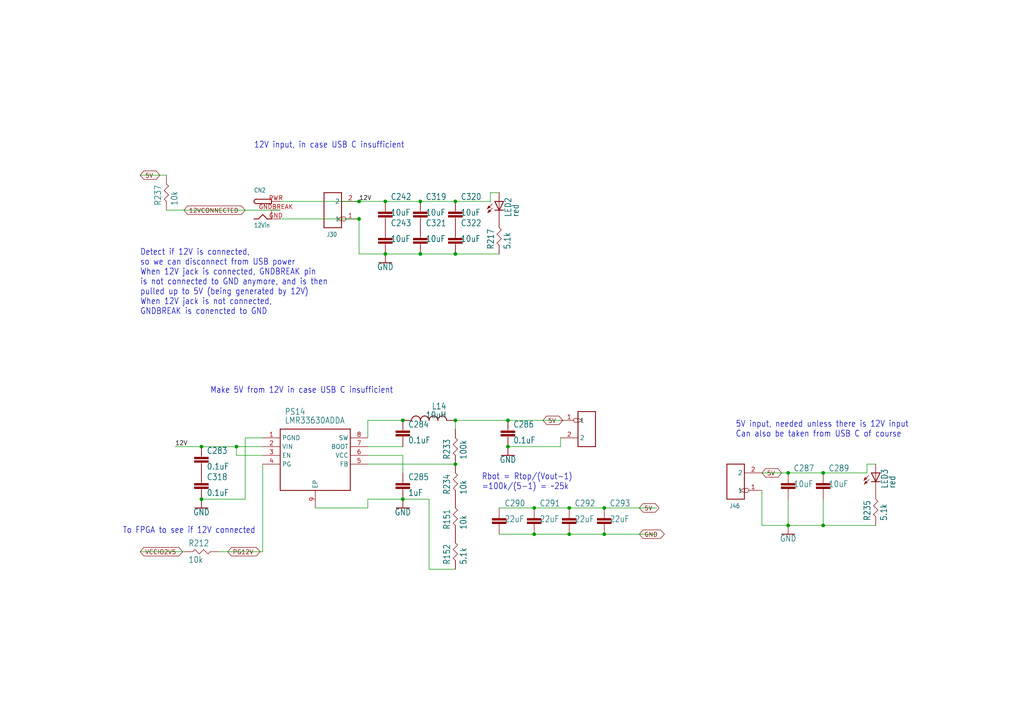
<source format=kicad_sch>
(kicad_sch (version 20250114) (generator "eeschema") (generator_version "9.0")
  (paper "A4")
  (lib_symbols
    (symbol "haasoscope_pro_adc_fpga_board-eagle-import:CAPACITOR_0402_N"
      (symbol "CAPACITOR_0402_N_1_0"
        (rectangle (start -2.032 -1.016) (end 2.032 -0.508) (fill (type outline)))
        (rectangle (start -2.032 -2.032) (end 2.032 -1.524) (fill (type outline)))
        (polyline (pts (xy 0 0) (xy 0 -0.508)) (stroke (width 0.1524)))
        (polyline (pts (xy 0 -2.54) (xy 0 -2.032)) (stroke (width 0.1524)))
        (pin passive line (at 0 2.54 270) (length 2.54) (name "1") (number "1"))
        (pin passive line (at 0 -5.08 90) (length 2.54) (name "2") (number "2"))
      )
    )
    (symbol "haasoscope_pro_adc_fpga_board-eagle-import:CAPACITOR_0805_N"
      (symbol "CAPACITOR_0805_N_1_0"
        (rectangle (start -2.032 -1.016) (end 2.032 -0.508) (fill (type outline)))
        (rectangle (start -2.032 -2.032) (end 2.032 -1.524) (fill (type outline)))
        (polyline (pts (xy 0 0) (xy 0 -0.508)) (stroke (width 0.1524)))
        (polyline (pts (xy 0 -2.54) (xy 0 -2.032)) (stroke (width 0.1524)))
        (pin passive line (at 0 2.54 270) (length 2.54) (name "1") (number "1"))
        (pin passive line (at 0 -5.08 90) (length 2.54) (name "2") (number "2"))
      )
    )
    (symbol "haasoscope_pro_adc_fpga_board-eagle-import:DCBARRELPTH"
      (property "Reference" "CN" (at -5.08 5.08 0))
      (symbol "DCBARRELPTH_1_0"
        (polyline (pts (xy -5.08 -2.54) (xy -3.81 -2.54)) (stroke (width 0.254)))
        (arc (start -4.445 1.905) (mid -5.08 2.54) (end -4.445 3.175) (stroke (width 0.254)))
        (polyline (pts (xy -3.81 -2.54) (xy -2.54 -1.27)) (stroke (width 0.254)))
        (polyline (pts (xy -2.54 -1.27) (xy -1.27 -2.54)) (stroke (width 0.254)))
        (polyline (pts (xy 0 3.175) (xy -4.445 3.175)) (stroke (width 0.254)))
        (polyline (pts (xy 0 3.175) (xy 0 1.905)) (stroke (width 0.254)))
        (polyline (pts (xy 0 1.905) (xy -4.445 1.905)) (stroke (width 0.254)))
        (polyline (pts (xy 0 0) (xy 0 -2.54)) (stroke (width 0.1524)))
        (polyline (pts (xy 0 -2.54) (xy -1.27 -2.54)) (stroke (width 0.254)))
        (pin power_in line (at 2.54 2.54 180) (length 2.54) (name "PWR") (number "PWR"))
        (pin power_in line (at 2.54 0 180) (length 2.54) (name "GNDBREAK") (number "GNDBREAK"))
        (pin power_in line (at 2.54 -2.54 180) (length 2.54) (name "GND") (number "GND"))
      )
    )
    (symbol "haasoscope_pro_adc_fpga_board-eagle-import:DIP-BLACK-MALE-HEADER-VERT(2P-2.54)"
      (symbol "DIP-BLACK-MALE-HEADER-VERT(2P-2.54)_1_0"
        (polyline (pts (xy -2.54 5.08) (xy 2.54 5.08)) (stroke (width 0.254)))
        (polyline (pts (xy -2.54 -5.08) (xy -2.54 5.08)) (stroke (width 0.254)))
        (polyline (pts (xy 2.54 5.08) (xy 2.54 -5.08)) (stroke (width 0.254)))
        (polyline (pts (xy 2.54 -5.08) (xy -2.54 -5.08)) (stroke (width 0.254)))
        (pin bidirectional inverted_clock (at -7.62 2.54 0) (length 5.08) (name "1") (number "1"))
        (pin bidirectional line (at -7.62 -2.54 0) (length 5.08) (name "2") (number "2"))
      )
    )
    (symbol "haasoscope_pro_adc_fpga_board-eagle-import:INDUCTORPWR"
      (property "Reference" "L" (at 2.54 5.08 0))
      (symbol "INDUCTORPWR_1_0"
        (arc (start 1.27 3.81) (mid 0.898 2.912) (end 0 2.54) (stroke (width 0.254)))
        (arc (start 0 5.08) (mid 0.898 4.708) (end 1.27 3.81) (stroke (width 0.254)))
        (arc (start 1.27 1.27) (mid 0.898 0.372) (end 0 0) (stroke (width 0.254)))
        (arc (start 0 2.54) (mid 0.898 2.168) (end 1.27 1.27) (stroke (width 0.254)))
        (arc (start 1.27 -1.27) (mid 0.898 -2.168) (end 0 -2.54) (stroke (width 0.254)))
        (arc (start 0 0) (mid 0.898 -0.372) (end 1.27 -1.27) (stroke (width 0.254)))
        (arc (start 1.27 -3.81) (mid 0.898 -4.708) (end 0 -5.08) (stroke (width 0.254)))
        (arc (start 0 -2.54) (mid 0.898 -2.912) (end 1.27 -3.81) (stroke (width 0.254)))
        (pin passive line (at 0 7.62 270) (length 2.54) (name "1") (number "1"))
        (pin passive line (at 0 -7.62 90) (length 2.54) (name "2") (number "2"))
      )
    )
    (symbol "haasoscope_pro_adc_fpga_board-eagle-import:LEDCHIP-LED0603"
      (property "Reference" "LED" (at 3.556 -4.572 90))
      (symbol "LEDCHIP-LED0603_1_0"
        (polyline (pts (xy -3.429 -2.159) (xy -3.048 -1.27) (xy -2.54 -1.778)) (stroke (width 0.1524)) (fill (type outline)))
        (polyline (pts (xy -3.302 -3.302) (xy -2.921 -2.413) (xy -2.413 -2.921)) (stroke (width 0.1524)) (fill (type outline)))
        (polyline (pts (xy -2.032 -0.762) (xy -3.429 -2.159)) (stroke (width 0.1524)))
        (polyline (pts (xy -1.905 -1.905) (xy -3.302 -3.302)) (stroke (width 0.1524)))
        (polyline (pts (xy 0 0) (xy -1.27 0)) (stroke (width 0.254)))
        (polyline (pts (xy 0 0) (xy 0 -2.54)) (stroke (width 0.1524)))
        (polyline (pts (xy 0 -2.54) (xy -1.27 0)) (stroke (width 0.254)))
        (polyline (pts (xy 0 -2.54) (xy -1.27 -2.54)) (stroke (width 0.254)))
        (polyline (pts (xy 1.27 0) (xy 0 0)) (stroke (width 0.254)))
        (polyline (pts (xy 1.27 0) (xy 0 -2.54)) (stroke (width 0.254)))
        (polyline (pts (xy 1.27 -2.54) (xy 0 -2.54)) (stroke (width 0.254)))
        (pin passive line (at 0 2.54 270) (length 2.54) (name "A") (number "A"))
        (pin passive line (at 0 -5.08 90) (length 2.54) (name "C") (number "C"))
      )
    )
    (symbol "haasoscope_pro_adc_fpga_board-eagle-import:LMR33630ADDA"
      (property "Reference" "PS" (at 26.67 7.62 0))
      (symbol "LMR33630ADDA_1_0"
        (polyline (pts (xy 5.08 2.54) (xy 5.08 -15.24)) (stroke (width 0.254)))
        (polyline (pts (xy 5.08 2.54) (xy 25.4 2.54)) (stroke (width 0.254)))
        (polyline (pts (xy 25.4 -15.24) (xy 5.08 -15.24)) (stroke (width 0.254)))
        (polyline (pts (xy 25.4 -15.24) (xy 25.4 2.54)) (stroke (width 0.254)))
        (pin bidirectional line (at 0 0 0) (length 5.08) (name "PGND") (number "1"))
        (pin bidirectional line (at 0 -2.54 0) (length 5.08) (name "VIN") (number "2"))
        (pin bidirectional line (at 0 -5.08 0) (length 5.08) (name "EN") (number "3"))
        (pin bidirectional line (at 0 -7.62 0) (length 5.08) (name "PG") (number "4"))
        (pin bidirectional line (at 15.24 -20.32 90) (length 5.08) (name "EP") (number "9"))
        (pin bidirectional line (at 30.48 0 180) (length 5.08) (name "SW") (number "8"))
        (pin bidirectional line (at 30.48 -2.54 180) (length 5.08) (name "BOOT") (number "7"))
        (pin bidirectional line (at 30.48 -5.08 180) (length 5.08) (name "VCC") (number "6"))
        (pin bidirectional line (at 30.48 -7.62 180) (length 5.08) (name "FB") (number "5"))
      )
    )
    (symbol "haasoscope_pro_adc_fpga_board-eagle-import:RES-0402"
      (property "Reference" "R" (at -3.175 1.27 0))
      (symbol "RES-0402_1_0"
        (polyline (pts (xy -2.54 0) (xy -1.905 0.635)) (stroke (width 0.1524)))
        (polyline (pts (xy -1.905 0.635) (xy -0.635 -0.635)) (stroke (width 0.1524)))
        (polyline (pts (xy -0.635 -0.635) (xy 0.635 0.635)) (stroke (width 0.1524)))
        (polyline (pts (xy 0.635 0.635) (xy 1.905 -0.635)) (stroke (width 0.1524)))
        (polyline (pts (xy 1.905 -0.635) (xy 2.54 0)) (stroke (width 0.1524)))
        (pin bidirectional line (at -5.08 0 0) (length 2.54) (name "P$1") (number "P$1"))
        (pin bidirectional line (at 5.08 0 180) (length 2.54) (name "P$2") (number "P$2"))
      )
    )
    (symbol "haasoscope_pro_adc_fpga_board-eagle-import:SparkFun-PowerSymbols_GND" (power)
      (symbol "SparkFun-PowerSymbols_GND_1_0"
        (polyline (pts (xy -1.905 0) (xy 1.905 0)) (stroke (width 0.254)))
        (pin power_in line (at 0 2.54 270) (length 2.54) (name "GND") (number "1"))
      )
    )
  )
  (text "Make 5V from 12V in case USB C insufficient" (at 60.96 114.3 0) (effects (font (size 1.778 1.5113)) (justify left bottom)))
  (text "12V input, in case USB C insufficient" (at 73.66 43.18 0) (effects (font (size 1.778 1.5113)) (justify left bottom)))
  (text "Detect if 12V is connected,\nso we can disconnect from USB power\nWhen 12V jack is connected, GNDBREAK pin\nis not connected to GND anymore, and is then\npulled up to 5V (being generated by 12V)\nWhen 12V jack is not connected,\nGNDBREAK is conencted to GND" (at 40.64 91.44 0) (effects (font (size 1.778 1.5113)) (justify left bottom)))
  (text "5V input, needed unless there is 12V input\nCan also be taken from USB C of course" (at 213.36 127 0) (effects (font (size 1.778 1.5113)) (justify left bottom)))
  (text "To FPGA to see if 12V connected" (at 35.56 154.94 0) (effects (font (size 1.778 1.5113)) (justify left bottom)))
  (text "Rbot = Rtop/(Vout-1)\n=100k/(5-1) = ~25k" (at 139.7 142.24 0) (effects (font (size 1.778 1.5113)) (justify left bottom)))
  (junction (at 121.92 73.66))
  (junction (at 132.08 73.66))
  (junction (at 132.08 134.62))
  (junction (at 58.42 129.54))
  (junction (at 111.76 73.66))
  (junction (at 104.14 58.42))
  (junction (at 165.1 147.32))
  (junction (at 228.6 137.16))
  (junction (at 132.08 121.92))
  (junction (at 147.32 129.54))
  (junction (at 154.94 154.94))
  (junction (at 147.32 121.92))
  (junction (at 121.92 58.42))
  (junction (at 238.76 137.16))
  (junction (at 132.08 58.42))
  (junction (at 116.84 144.78))
  (junction (at 238.76 152.4))
  (junction (at 165.1 154.94))
  (junction (at 68.58 129.54))
  (junction (at 175.26 154.94))
  (junction (at 58.42 144.78))
  (junction (at 104.14 63.5))
  (junction (at 228.6 152.4))
  (junction (at 175.26 147.32))
  (junction (at 116.84 121.92))
  (junction (at 111.76 58.42))
  (junction (at 154.94 147.32))
  (wire (pts (xy 132.08 58.42) (xy 121.92 58.42)) (stroke (width 0.1524)))
  (wire (pts (xy 144.78 55.88) (xy 142.24 55.88)) (stroke (width 0.1524)))
  (wire (pts (xy 142.24 55.88) (xy 142.24 58.42)) (stroke (width 0.1524)))
  (wire (pts (xy 238.76 152.4) (xy 228.6 152.4)) (stroke (width 0.1524)))
  (wire (pts (xy 162.56 129.54) (xy 147.32 129.54)) (stroke (width 0.1524)))
  (wire (pts (xy 68.58 129.54) (xy 68.58 132.08)) (stroke (width 0.1524)))
  (wire (pts (xy 175.26 154.94) (xy 190.5 154.94)) (stroke (width 0.1524)))
  (wire (pts (xy 154.94 154.94) (xy 165.1 154.94)) (stroke (width 0.1524)))
  (wire (pts (xy 254 134.62) (xy 251.46 134.62)) (stroke (width 0.1524)))
  (wire (pts (xy 91.44 147.32) (xy 106.68 147.32)) (stroke (width 0.1524)))
  (wire (pts (xy 254 152.4) (xy 238.76 152.4)) (stroke (width 0.1524)))
  (wire (pts (xy 76.2 134.62) (xy 76.2 160.02)) (stroke (width 0.1524)))
  (wire (pts (xy 220.98 152.4) (xy 228.6 152.4)) (stroke (width 0.1524)))
  (wire (pts (xy 48.26 50.8) (xy 40.64 50.8)) (stroke (width 0.1524)))
  (wire (pts (xy 147.32 121.92) (xy 162.56 121.92)) (stroke (width 0.1524)))
  (wire (pts (xy 81.28 60.96) (xy 48.26 60.96)) (stroke (width 0.1524)))
  (wire (pts (xy 68.58 132.08) (xy 76.2 132.08)) (stroke (width 0.1524)))
  (wire (pts (xy 228.6 144.78) (xy 228.6 152.4)) (stroke (width 0.1524)))
  (wire (pts (xy 132.08 121.92) (xy 147.32 121.92)) (stroke (width 0.1524)))
  (wire (pts (xy 220.98 142.24) (xy 220.98 152.4)) (stroke (width 0.1524)))
  (wire (pts (xy 116.84 132.08) (xy 116.84 137.16)) (stroke (width 0.1524)))
  (wire (pts (xy 106.68 121.92) (xy 106.68 127)) (stroke (width 0.1524)))
  (wire (pts (xy 238.76 137.16) (xy 228.6 137.16)) (stroke (width 0.1524)))
  (wire (pts (xy 175.26 147.32) (xy 190.5 147.32)) (stroke (width 0.1524)))
  (wire (pts (xy 104.14 58.42) (xy 81.28 58.42)) (stroke (width 0.1524)))
  (wire (pts (xy 76.2 160.02) (xy 63.5 160.02)) (stroke (width 0.1524)))
  (wire (pts (xy 238.76 144.78) (xy 238.76 152.4)) (stroke (width 0.1524)))
  (wire (pts (xy 106.68 132.08) (xy 116.84 132.08)) (stroke (width 0.1524)))
  (wire (pts (xy 104.14 63.5) (xy 104.14 73.66)) (stroke (width 0.1524)))
  (wire (pts (xy 132.08 73.66) (xy 121.92 73.66)) (stroke (width 0.1524)))
  (wire (pts (xy 116.84 144.78) (xy 124.46 144.78)) (stroke (width 0.1524)))
  (wire (pts (xy 106.68 147.32) (xy 106.68 144.78)) (stroke (width 0.1524)))
  (wire (pts (xy 162.56 127) (xy 162.56 129.54)) (stroke (width 0.1524)))
  (wire (pts (xy 124.46 144.78) (xy 124.46 165.1)) (stroke (width 0.1524)))
  (wire (pts (xy 165.1 154.94) (xy 175.26 154.94)) (stroke (width 0.1524)))
  (wire (pts (xy 121.92 73.66) (xy 111.76 73.66)) (stroke (width 0.1524)))
  (wire (pts (xy 144.78 147.32) (xy 154.94 147.32)) (stroke (width 0.1524)))
  (wire (pts (xy 53.34 160.02) (xy 40.64 160.02)) (stroke (width 0.1524)))
  (wire (pts (xy 71.12 127) (xy 71.12 144.78)) (stroke (width 0.1524)))
  (wire (pts (xy 144.78 154.94) (xy 154.94 154.94)) (stroke (width 0.1524)))
  (wire (pts (xy 111.76 73.66) (xy 104.14 73.66)) (stroke (width 0.1524)))
  (wire (pts (xy 58.42 129.54) (xy 50.8 129.54)) (stroke (width 0.1524)))
  (wire (pts (xy 116.84 129.54) (xy 106.68 129.54)) (stroke (width 0.1524)))
  (wire (pts (xy 124.46 165.1) (xy 132.08 165.1)) (stroke (width 0.1524)))
  (wire (pts (xy 104.14 58.42) (xy 111.76 58.42)) (stroke (width 0.1524)))
  (wire (pts (xy 132.08 121.92) (xy 132.08 124.46)) (stroke (width 0.1524)))
  (wire (pts (xy 106.68 134.62) (xy 132.08 134.62)) (stroke (width 0.1524)))
  (wire (pts (xy 165.1 147.32) (xy 175.26 147.32)) (stroke (width 0.1524)))
  (wire (pts (xy 106.68 144.78) (xy 116.84 144.78)) (stroke (width 0.1524)))
  (wire (pts (xy 68.58 129.54) (xy 76.2 129.54)) (stroke (width 0.1524)))
  (wire (pts (xy 251.46 134.62) (xy 251.46 137.16)) (stroke (width 0.1524)))
  (wire (pts (xy 116.84 121.92) (xy 106.68 121.92)) (stroke (width 0.1524)))
  (wire (pts (xy 144.78 73.66) (xy 132.08 73.66)) (stroke (width 0.1524)))
  (wire (pts (xy 58.42 144.78) (xy 71.12 144.78)) (stroke (width 0.1524)))
  (wire (pts (xy 251.46 137.16) (xy 238.76 137.16)) (stroke (width 0.1524)))
  (wire (pts (xy 154.94 147.32) (xy 165.1 147.32)) (stroke (width 0.1524)))
  (wire (pts (xy 142.24 58.42) (xy 132.08 58.42)) (stroke (width 0.1524)))
  (wire (pts (xy 76.2 127) (xy 71.12 127)) (stroke (width 0.1524)))
  (wire (pts (xy 58.42 129.54) (xy 68.58 129.54)) (stroke (width 0.1524)))
  (wire (pts (xy 220.98 137.16) (xy 228.6 137.16)) (stroke (width 0.1524)))
  (wire (pts (xy 81.28 63.5) (xy 104.14 63.5)) (stroke (width 0.1524)))
  (wire (pts (xy 121.92 58.42) (xy 111.76 58.42)) (stroke (width 0.1524)))
  (label "12V" (at 50.8 129.54 0) (effects (font (size 1.2446 1.2446))))
  (label "12V" (at 104.14 58.42 0) (effects (font (size 1.2446 1.2446))))
  (global_label "5V" (shape bidirectional) (at 157.48 121.92 0) (effects (font (size 1.2446 1.2446))) (property "Intersheetrefs" "${INTERSHEET_REFS}" (effects (hide yes))))
  (global_label "PG12V" (shape bidirectional) (at 66.04 160.02 0) (effects (font (size 1.2446 1.2446))) (property "Intersheetrefs" "${INTERSHEET_REFS}" (effects (hide yes))))
  (global_label "12VCONNECTED" (shape bidirectional) (at 53.34 60.96 0) (effects (font (size 1.2446 1.2446))) (property "Intersheetrefs" "${INTERSHEET_REFS}" (effects (hide yes))))
  (global_label "5V" (shape bidirectional) (at 40.64 50.8 0) (effects (font (size 1.2446 1.2446))) (property "Intersheetrefs" "${INTERSHEET_REFS}" (effects (hide yes))))
  (global_label "GND" (shape bidirectional) (at 185.42 154.94 0) (effects (font (size 1.2446 1.2446))) (property "Intersheetrefs" "${INTERSHEET_REFS}" (effects (hide yes))))
  (global_label "VCCIO2V5" (shape bidirectional) (at 40.64 160.02 0) (effects (font (size 1.2446 1.2446))) (property "Intersheetrefs" "${INTERSHEET_REFS}" (effects (hide yes))))
  (global_label "5V" (shape bidirectional) (at 220.98 137.16 0) (effects (font (size 1.2446 1.2446))) (property "Intersheetrefs" "${INTERSHEET_REFS}" (effects (hide yes))))
  (global_label "5V" (shape bidirectional) (at 185.42 147.32 0) (effects (font (size 1.2446 1.2446))) (property "Intersheetrefs" "${INTERSHEET_REFS}" (effects (hide yes))))
  (symbol (lib_id "haasoscope_pro_adc_fpga_board-eagle-import:RES-0402") (at 254 147.32 90) (unit 1)
    (property "Reference" "R235" (at 252.5014 151.13 0) (effects (font (size 1.778 1.5113)) (justify left bottom)))
    (property "Value" "5.1k" (at 257.302 151.13 0) (effects (font (size 1.778 1.5113)) (justify left bottom)))
    (property "Footprint" "haasoscope_pro_adc_fpga_board:RES-0402" (effects (hide yes)))
  )
  (symbol (lib_id "haasoscope_pro_adc_fpga_board-eagle-import:CAPACITOR_0402_N") (at 147.32 124.46 0) (unit 1)
    (property "Reference" "C286" (at 148.844 124.079 0) (effects (font (size 1.778 1.5113)) (justify left bottom)))
    (property "Value" "0.1uF" (at 148.844 128.651 0) (effects (font (size 1.778 1.5113)) (justify left bottom)))
    (property "Footprint" "haasoscope_pro_adc_fpga_board:RESC0402_N" (effects (hide yes)))
  )
  (symbol (lib_id "haasoscope_pro_adc_fpga_board-eagle-import:CAPACITOR_0805_N") (at 175.26 149.86 0) (unit 1)
    (property "Reference" "C293" (at 176.784 146.939 0) (effects (font (size 1.778 1.5113)) (justify left bottom)))
    (property "Value" "22uF" (at 176.784 151.511 0) (effects (font (size 1.778 1.5113)) (justify left bottom)))
    (property "Footprint" "haasoscope_pro_adc_fpga_board:RESC0805_N" (effects (hide yes)))
  )
  (symbol (lib_id "haasoscope_pro_adc_fpga_board-eagle-import:CAPACITOR_0805_N") (at 121.92 68.58 0) (unit 1)
    (property "Reference" "C321" (at 123.444 65.659 0) (effects (font (size 1.778 1.5113)) (justify left bottom)))
    (property "Value" "10uF" (at 123.444 70.231 0) (effects (font (size 1.778 1.5113)) (justify left bottom)))
    (property "Footprint" "haasoscope_pro_adc_fpga_board:RESC0805_N" (effects (hide yes)))
  )
  (symbol (lib_id "haasoscope_pro_adc_fpga_board-eagle-import:CAPACITOR_0805_N") (at 144.78 149.86 0) (unit 1)
    (property "Reference" "C290" (at 146.304 146.939 0) (effects (font (size 1.778 1.5113)) (justify left bottom)))
    (property "Value" "22uF" (at 146.304 151.511 0) (effects (font (size 1.778 1.5113)) (justify left bottom)))
    (property "Footprint" "haasoscope_pro_adc_fpga_board:RESC0805_N" (effects (hide yes)))
  )
  (symbol (lib_id "haasoscope_pro_adc_fpga_board-eagle-import:DIP-BLACK-MALE-HEADER-VERT(2P-2.54)") (at 170.18 124.46 0) (unit 1)
    (property "Reference" "J45" (effects (hide yes)))
    (property "Value" "2p-2.54" (effects (hide yes)))
    (property "Footprint" "haasoscope_pro_adc_fpga_board:H2-2.54" (effects (hide yes)))
  )
  (symbol (lib_id "haasoscope_pro_adc_fpga_board-eagle-import:CAPACITOR_0805_N") (at 238.76 139.7 0) (unit 1)
    (property "Reference" "C289" (at 240.284 136.779 0) (effects (font (size 1.778 1.5113)) (justify left bottom)))
    (property "Value" "10uF" (at 240.284 141.351 0) (effects (font (size 1.778 1.5113)) (justify left bottom)))
    (property "Footprint" "haasoscope_pro_adc_fpga_board:RESC0805_N" (effects (hide yes)))
  )
  (symbol (lib_id "haasoscope_pro_adc_fpga_board-eagle-import:SparkFun-PowerSymbols_GND") (at 116.84 147.32 0) (unit 1)
    (property "Reference" "#GND0233" (effects (hide yes)))
    (property "Value" "GND" (at 116.84 147.574 0) (effects (font (size 1.778 1.5113)) (justify top)))
  )
  (symbol (lib_id "haasoscope_pro_adc_fpga_board-eagle-import:SparkFun-PowerSymbols_GND") (at 147.32 132.08 0) (unit 1)
    (property "Reference" "#GND0234" (effects (hide yes)))
    (property "Value" "GND" (at 147.32 132.334 0) (effects (font (size 1.778 1.5113)) (justify top)))
  )
  (symbol (lib_id "haasoscope_pro_adc_fpga_board-eagle-import:CAPACITOR_0805_N") (at 165.1 149.86 0) (unit 1)
    (property "Reference" "C292" (at 166.624 146.939 0) (effects (font (size 1.778 1.5113)) (justify left bottom)))
    (property "Value" "22uF" (at 166.624 151.511 0) (effects (font (size 1.778 1.5113)) (justify left bottom)))
    (property "Footprint" "haasoscope_pro_adc_fpga_board:RESC0805_N" (effects (hide yes)))
  )
  (symbol (lib_id "haasoscope_pro_adc_fpga_board-eagle-import:RES-0402") (at 58.42 160.02 0) (unit 1)
    (property "Reference" "R212" (at 54.61 158.5214 0) (effects (font (size 1.778 1.5113)) (justify left bottom)))
    (property "Value" "10k" (at 54.61 163.322 0) (effects (font (size 1.778 1.5113)) (justify left bottom)))
    (property "Footprint" "haasoscope_pro_adc_fpga_board:RES-0402" (effects (hide yes)))
  )
  (symbol (lib_id "haasoscope_pro_adc_fpga_board-eagle-import:CAPACITOR_0805_N") (at 121.92 60.96 0) (unit 1)
    (property "Reference" "C319" (at 123.444 58.039 0) (effects (font (size 1.778 1.5113)) (justify left bottom)))
    (property "Value" "10uF" (at 123.444 62.611 0) (effects (font (size 1.778 1.5113)) (justify left bottom)))
    (property "Footprint" "haasoscope_pro_adc_fpga_board:RESC0805_N" (effects (hide yes)))
  )
  (symbol (lib_id "haasoscope_pro_adc_fpga_board-eagle-import:DCBARRELPTH") (at 78.74 60.96 0) (unit 1)
    (property "Reference" "CN2" (at 73.66 55.88 0) (effects (font (size 1.27 1.0795)) (justify left bottom)))
    (property "Value" "12Vin" (at 73.66 66.04 0) (effects (font (size 1.27 1.0795)) (justify left bottom)))
    (property "Footprint" "haasoscope_pro_adc_fpga_board:DCJACK_2MM_PTH" (effects (hide yes)))
  )
  (symbol (lib_id "haasoscope_pro_adc_fpga_board-eagle-import:CAPACITOR_0402_N") (at 116.84 139.7 0) (unit 1)
    (property "Reference" "C285" (at 118.364 139.319 0) (effects (font (size 1.778 1.5113)) (justify left bottom)))
    (property "Value" "1uF" (at 118.364 143.891 0) (effects (font (size 1.778 1.5113)) (justify left bottom)))
    (property "Footprint" "haasoscope_pro_adc_fpga_board:RESC0402_N" (effects (hide yes)))
  )
  (symbol (lib_id "haasoscope_pro_adc_fpga_board-eagle-import:CAPACITOR_0402_N") (at 116.84 124.46 0) (unit 1)
    (property "Reference" "C284" (at 118.364 124.079 0) (effects (font (size 1.778 1.5113)) (justify left bottom)))
    (property "Value" "0.1uF" (at 118.364 128.651 0) (effects (font (size 1.778 1.5113)) (justify left bottom)))
    (property "Footprint" "haasoscope_pro_adc_fpga_board:RESC0402_N" (effects (hide yes)))
  )
  (symbol (lib_id "haasoscope_pro_adc_fpga_board-eagle-import:RES-0402") (at 132.08 139.7 90) (unit 1)
    (property "Reference" "R234" (at 130.5814 143.51 0) (effects (font (size 1.778 1.5113)) (justify left bottom)))
    (property "Value" "10k" (at 135.382 143.51 0) (effects (font (size 1.778 1.5113)) (justify left bottom)))
    (property "Footprint" "haasoscope_pro_adc_fpga_board:RES-0402" (effects (hide yes)))
  )
  (symbol (lib_id "haasoscope_pro_adc_fpga_board-eagle-import:RES-0402") (at 48.26 55.88 90) (unit 1)
    (property "Reference" "R237" (at 46.7614 59.69 0) (effects (font (size 1.778 1.5113)) (justify left bottom)))
    (property "Value" "10k" (at 51.562 59.69 0) (effects (font (size 1.778 1.5113)) (justify left bottom)))
    (property "Footprint" "haasoscope_pro_adc_fpga_board:RES-0402" (effects (hide yes)))
  )
  (symbol (lib_id "haasoscope_pro_adc_fpga_board-eagle-import:CAPACITOR_0402_N") (at 58.42 139.7 0) (unit 1)
    (property "Reference" "C318" (at 59.944 139.319 0) (effects (font (size 1.778 1.5113)) (justify left bottom)))
    (property "Value" "0.1uF" (at 59.944 143.891 0) (effects (font (size 1.778 1.5113)) (justify left bottom)))
    (property "Footprint" "haasoscope_pro_adc_fpga_board:RESC0402_N" (effects (hide yes)))
    (property "LCSC" "C307331" (effects (hide yes)))
  )
  (symbol (lib_id "haasoscope_pro_adc_fpga_board-eagle-import:SparkFun-PowerSymbols_GND") (at 58.42 147.32 0) (unit 1)
    (property "Reference" "#GND0236" (effects (hide yes)))
    (property "Value" "GND" (at 58.42 147.574 0) (effects (font (size 1.778 1.5113)) (justify top)))
  )
  (symbol (lib_id "haasoscope_pro_adc_fpga_board-eagle-import:CAPACITOR_0402_N") (at 58.42 132.08 0) (unit 1)
    (property "Reference" "C283" (at 59.944 131.699 0) (effects (font (size 1.778 1.5113)) (justify left bottom)))
    (property "Value" "0.1uF" (at 59.944 136.271 0) (effects (font (size 1.778 1.5113)) (justify left bottom)))
    (property "Footprint" "haasoscope_pro_adc_fpga_board:RESC0402_N" (effects (hide yes)))
    (property "LCSC" "C307331" (effects (hide yes)))
  )
  (symbol (lib_id "haasoscope_pro_adc_fpga_board-eagle-import:LMR33630ADDA") (at 76.2 127 0) (unit 1)
    (property "Reference" "PS14" (at 82.55 119.38 0) (effects (font (size 1.778 1.5113)) (justify left)))
    (property "Value" "LMR33630ADDA" (at 82.55 121.92 0) (effects (font (size 1.778 1.5113)) (justify left)))
    (property "Footprint" "haasoscope_pro_adc_fpga_board:SOIC127P600X170-9N" (effects (hide yes)))
    (property "LCSC" "C841384" (effects (hide yes)))
  )
  (symbol (lib_id "haasoscope_pro_adc_fpga_board-eagle-import:SparkFun-PowerSymbols_GND") (at 228.6 154.94 0) (unit 1)
    (property "Reference" "#GND0235" (effects (hide yes)))
    (property "Value" "GND" (at 228.6 155.194 0) (effects (font (size 1.778 1.5113)) (justify top)))
  )
  (symbol (lib_id "haasoscope_pro_adc_fpga_board-eagle-import:SparkFun-PowerSymbols_GND") (at 111.76 76.2 0) (unit 1)
    (property "Reference" "#GND0207" (effects (hide yes)))
    (property "Value" "GND" (at 111.76 76.454 0) (effects (font (size 1.778 1.5113)) (justify top)))
  )
  (symbol (lib_id "haasoscope_pro_adc_fpga_board-eagle-import:CAPACITOR_0805_N") (at 132.08 60.96 0) (unit 1)
    (property "Reference" "C320" (at 133.604 58.039 0) (effects (font (size 1.778 1.5113)) (justify left bottom)))
    (property "Value" "10uF" (at 133.604 62.611 0) (effects (font (size 1.778 1.5113)) (justify left bottom)))
    (property "Footprint" "haasoscope_pro_adc_fpga_board:RESC0805_N" (effects (hide yes)))
  )
  (symbol (lib_id "haasoscope_pro_adc_fpga_board-eagle-import:LEDCHIP-LED0603") (at 144.78 58.42 0) (unit 1)
    (property "Reference" "LED2" (at 148.336 62.992 90) (effects (font (size 1.778 1.5113)) (justify left bottom)))
    (property "Value" "red" (at 150.495 62.992 90) (effects (font (size 1.778 1.5113)) (justify left bottom)))
    (property "Footprint" "haasoscope_pro_adc_fpga_board:CHIP-LED0603" (effects (hide yes)))
  )
  (symbol (lib_id "haasoscope_pro_adc_fpga_board-eagle-import:CAPACITOR_0805_N") (at 228.6 139.7 0) (unit 1)
    (property "Reference" "C287" (at 230.124 136.779 0) (effects (font (size 1.778 1.5113)) (justify left bottom)))
    (property "Value" "10uF" (at 230.124 141.351 0) (effects (font (size 1.778 1.5113)) (justify left bottom)))
    (property "Footprint" "haasoscope_pro_adc_fpga_board:RESC0805_N" (effects (hide yes)))
  )
  (symbol (lib_id "haasoscope_pro_adc_fpga_board-eagle-import:CAPACITOR_0805_N") (at 132.08 68.58 0) (unit 1)
    (property "Reference" "C322" (at 133.604 65.659 0) (effects (font (size 1.778 1.5113)) (justify left bottom)))
    (property "Value" "10uF" (at 133.604 70.231 0) (effects (font (size 1.778 1.5113)) (justify left bottom)))
    (property "Footprint" "haasoscope_pro_adc_fpga_board:RESC0805_N" (effects (hide yes)))
  )
  (symbol (lib_id "haasoscope_pro_adc_fpga_board-eagle-import:RES-0402") (at 132.08 160.02 90) (unit 1)
    (property "Reference" "R152" (at 130.5814 163.83 0) (effects (font (size 1.778 1.5113)) (justify left bottom)))
    (property "Value" "5.1k" (at 135.382 163.83 0) (effects (font (size 1.778 1.5113)) (justify left bottom)))
    (property "Footprint" "haasoscope_pro_adc_fpga_board:RES-0402" (effects (hide yes)))
  )
  (symbol (lib_id "haasoscope_pro_adc_fpga_board-eagle-import:RES-0402") (at 132.08 149.86 90) (unit 1)
    (property "Reference" "R151" (at 130.5814 153.67 0) (effects (font (size 1.778 1.5113)) (justify left bottom)))
    (property "Value" "10k" (at 135.382 153.67 0) (effects (font (size 1.778 1.5113)) (justify left bottom)))
    (property "Footprint" "haasoscope_pro_adc_fpga_board:RES-0402" (effects (hide yes)))
  )
  (symbol (lib_id "haasoscope_pro_adc_fpga_board-eagle-import:CAPACITOR_0805_N") (at 111.76 68.58 0) (unit 1)
    (property "Reference" "C243" (at 113.284 65.659 0) (effects (font (size 1.778 1.5113)) (justify left bottom)))
    (property "Value" "10uF" (at 113.284 70.231 0) (effects (font (size 1.778 1.5113)) (justify left bottom)))
    (property "Footprint" "haasoscope_pro_adc_fpga_board:RESC0805_N" (effects (hide yes)))
  )
  (symbol (lib_id "haasoscope_pro_adc_fpga_board-eagle-import:CAPACITOR_0805_N") (at 154.94 149.86 0) (unit 1)
    (property "Reference" "C291" (at 156.464 146.939 0) (effects (font (size 1.778 1.5113)) (justify left bottom)))
    (property "Value" "22uF" (at 156.464 151.511 0) (effects (font (size 1.778 1.5113)) (justify left bottom)))
    (property "Footprint" "haasoscope_pro_adc_fpga_board:RESC0805_N" (effects (hide yes)))
  )
  (symbol (lib_id "haasoscope_pro_adc_fpga_board-eagle-import:LEDCHIP-LED0603") (at 254 137.16 0) (unit 1)
    (property "Reference" "LED3" (at 257.556 141.732 90) (effects (font (size 1.778 1.5113)) (justify left bottom)))
    (property "Value" "red" (at 259.715 141.732 90) (effects (font (size 1.778 1.5113)) (justify left bottom)))
    (property "Footprint" "haasoscope_pro_adc_fpga_board:CHIP-LED0603" (effects (hide yes)))
  )
  (symbol (lib_id "haasoscope_pro_adc_fpga_board-eagle-import:CAPACITOR_0805_N") (at 111.76 60.96 0) (unit 1)
    (property "Reference" "C242" (at 113.284 58.039 0) (effects (font (size 1.778 1.5113)) (justify left bottom)))
    (property "Value" "10uF" (at 113.284 62.611 0) (effects (font (size 1.778 1.5113)) (justify left bottom)))
    (property "Footprint" "haasoscope_pro_adc_fpga_board:RESC0805_N" (effects (hide yes)))
  )
  (symbol (lib_id "haasoscope_pro_adc_fpga_board-eagle-import:RES-0402") (at 132.08 129.54 90) (unit 1)
    (property "Reference" "R233" (at 130.5814 133.35 0) (effects (font (size 1.778 1.5113)) (justify left bottom)))
    (property "Value" "100k" (at 135.382 133.35 0) (effects (font (size 1.778 1.5113)) (justify left bottom)))
    (property "Footprint" "haasoscope_pro_adc_fpga_board:RES-0402" (effects (hide yes)))
  )
  (symbol (lib_id "haasoscope_pro_adc_fpga_board-eagle-import:DIP-BLACK-MALE-HEADER-VERT(2P-2.54)") (at 213.36 139.7 180) (unit 1)
    (property "Reference" "J46" (at 214.63 146.05 0) (effects (font (size 1.27 1.0795)) (justify left bottom)))
    (property "Value" "2p-2.54" (effects (hide yes)))
    (property "Footprint" "haasoscope_pro_adc_fpga_board:H2-2.54" (effects (hide yes)))
  )
  (symbol (lib_id "haasoscope_pro_adc_fpga_board-eagle-import:RES-0402") (at 144.78 68.58 90) (unit 1)
    (property "Reference" "R217" (at 143.2814 72.39 0) (effects (font (size 1.778 1.5113)) (justify left bottom)))
    (property "Value" "5.1k" (at 148.082 72.39 0) (effects (font (size 1.778 1.5113)) (justify left bottom)))
    (property "Footprint" "haasoscope_pro_adc_fpga_board:RES-0402" (effects (hide yes)))
  )
  (symbol (lib_id "haasoscope_pro_adc_fpga_board-eagle-import:INDUCTORPWR") (at 124.46 121.92 90) (unit 1)
    (property "Reference" "L14" (at 129.54 116.84 90) (effects (font (size 1.778 1.5113)) (justify left bottom)))
    (property "Value" "10uH" (at 129.54 119.38 90) (effects (font (size 1.778 1.5113)) (justify left bottom)))
    (property "Footprint" "haasoscope_pro_adc_fpga_board:CDRH125" (effects (hide yes)))
    (property "LCSC" "C339970" (effects (hide yes)))
  )
  (symbol (lib_id "haasoscope_pro_adc_fpga_board-eagle-import:DIP-BLACK-MALE-HEADER-VERT(2P-2.54)") (at 96.52 60.96 180) (unit 1)
    (property "Reference" "J30" (at 97.79 67.31 0) (effects (font (size 1.27 1.0795)) (justify left bottom)))
    (property "Value" "2p-2.54" (effects (hide yes)))
    (property "Footprint" "haasoscope_pro_adc_fpga_board:H2-2.54" (effects (hide yes)))
  )
)
</source>
